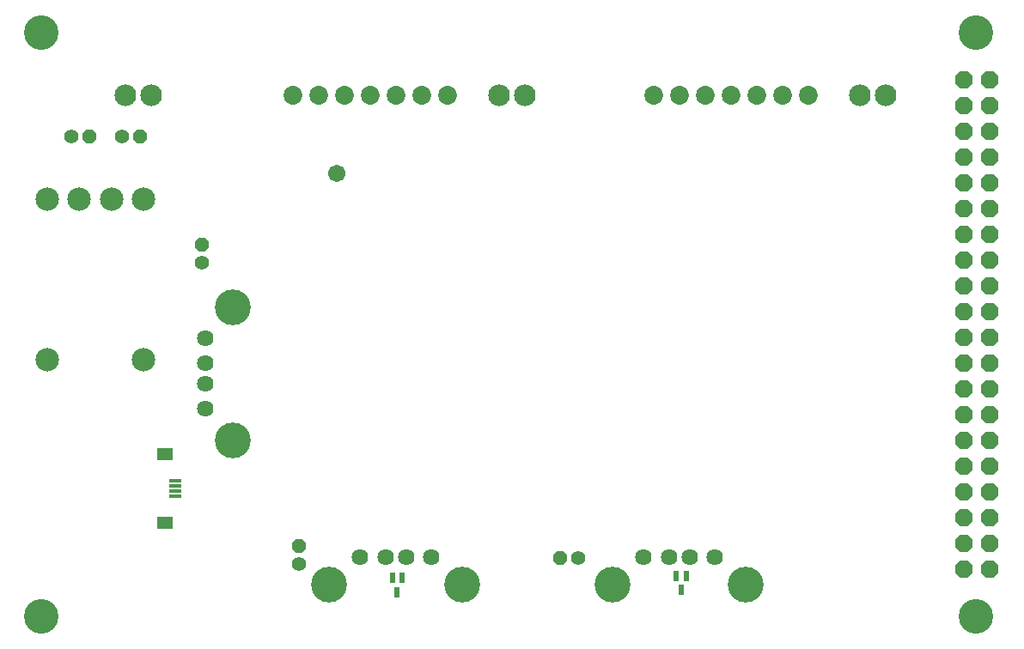
<source format=gbs>
G75*
G70*
%OFA0B0*%
%FSLAX24Y24*%
%IPPOS*%
%LPD*%
%AMOC8*
5,1,8,0,0,1.08239X$1,22.5*
%
%ADD10C,0.1340*%
%ADD11C,0.0907*%
%ADD12OC8,0.0560*%
%ADD13C,0.0560*%
%ADD14C,0.0730*%
%ADD15C,0.0840*%
%ADD16C,0.0640*%
%ADD17C,0.1390*%
%ADD18R,0.0237X0.0395*%
%ADD19OC8,0.0680*%
%ADD20R,0.0474X0.0178*%
%ADD21R,0.0608X0.0474*%
%ADD22C,0.0671*%
D10*
X001834Y002943D03*
X001834Y025620D03*
X038094Y025620D03*
X038094Y002943D03*
D11*
X005797Y012898D03*
X002047Y012898D03*
X002047Y019148D03*
X003297Y019148D03*
X004547Y019148D03*
X005797Y019148D03*
D12*
X008055Y017387D03*
X005649Y021565D03*
X003680Y021565D03*
X011807Y005683D03*
X021957Y005191D03*
D13*
X022657Y005191D03*
X011807Y004983D03*
X008055Y016687D03*
X004949Y021565D03*
X002980Y021565D03*
D14*
X011574Y023183D03*
X012574Y023183D03*
X013574Y023183D03*
X014574Y023183D03*
X015574Y023183D03*
X016574Y023183D03*
X017574Y023183D03*
X025574Y023183D03*
X026574Y023183D03*
X027574Y023183D03*
X028574Y023183D03*
X029574Y023183D03*
X030574Y023183D03*
X031574Y023183D03*
D15*
X033574Y023183D03*
X034574Y023183D03*
X020574Y023183D03*
X019574Y023183D03*
X006074Y023183D03*
X005074Y023183D03*
D16*
X008186Y013739D03*
X008186Y012759D03*
X008186Y011969D03*
X008186Y010989D03*
X014199Y005253D03*
X015179Y005253D03*
X015969Y005253D03*
X016949Y005253D03*
X025199Y005253D03*
X026179Y005253D03*
X026969Y005253D03*
X027949Y005253D03*
D17*
X029159Y004183D03*
X023989Y004183D03*
X018159Y004183D03*
X012989Y004183D03*
X009256Y009779D03*
X009256Y014949D03*
D18*
X015437Y004439D03*
X015830Y004439D03*
X015634Y003888D03*
X026445Y004518D03*
X026838Y004518D03*
X026641Y003967D03*
D19*
X037634Y004782D03*
X038634Y004782D03*
X038634Y005782D03*
X038634Y006782D03*
X037634Y006782D03*
X037634Y005782D03*
X037634Y007782D03*
X038634Y007782D03*
X038634Y008782D03*
X038634Y009782D03*
X037634Y009782D03*
X037634Y008782D03*
X037634Y010782D03*
X038634Y010782D03*
X038634Y011782D03*
X037634Y011782D03*
X037634Y012782D03*
X038634Y012782D03*
X038634Y013782D03*
X037634Y013782D03*
X037634Y014782D03*
X038634Y014782D03*
X038634Y015782D03*
X037634Y015782D03*
X037634Y016782D03*
X038634Y016782D03*
X038634Y017782D03*
X037634Y017782D03*
X037634Y018782D03*
X038634Y018782D03*
X038634Y019782D03*
X037634Y019782D03*
X037634Y020782D03*
X038634Y020782D03*
X038634Y021782D03*
X038634Y022782D03*
X037634Y022782D03*
X037634Y021782D03*
X037634Y023782D03*
X038634Y023782D03*
D20*
X007031Y008199D03*
X007031Y008002D03*
X007031Y007805D03*
X007031Y007608D03*
D21*
X006618Y006569D03*
X006618Y009238D03*
D22*
X013291Y020148D03*
M02*

</source>
